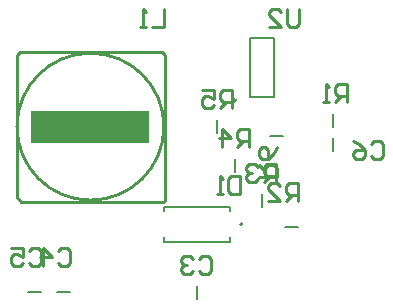
<source format=gto>
G04*
G04 #@! TF.GenerationSoftware,Altium Limited,Altium Designer,18.0.9 (584)*
G04*
G04 Layer_Color=65535*
%FSLAX25Y25*%
%MOIN*%
G70*
G01*
G75*
%ADD10C,0.01000*%
%ADD11C,0.00787*%
%ADD12C,0.00984*%
%ADD13C,0.00500*%
%ADD14R,0.39500X0.11000*%
D10*
X16735Y65945D02*
G03*
X16735Y65945I24505J0D01*
G01*
X110904Y105041D02*
Y100042D01*
X109904Y99042D01*
X107905D01*
X106905Y100042D01*
Y105041D01*
X100907Y99042D02*
X104906D01*
X100907Y103041D01*
Y104041D01*
X101907Y105041D01*
X103906D01*
X104906Y104041D01*
X97342Y49213D02*
X103341D01*
Y52212D01*
X102341Y53211D01*
X100341D01*
X99342Y52212D01*
Y49213D01*
Y51212D02*
X97342Y53211D01*
X103341Y59209D02*
X102341Y57210D01*
X100341Y55211D01*
X98342D01*
X97342Y56210D01*
Y58210D01*
X98342Y59209D01*
X99342D01*
X100341Y58210D01*
Y55211D01*
X88283Y72137D02*
Y78135D01*
X85284D01*
X84284Y77135D01*
Y75136D01*
X85284Y74136D01*
X88283D01*
X86283D02*
X84284Y72137D01*
X78286Y78135D02*
X82285D01*
Y75136D01*
X80285Y76136D01*
X79286D01*
X78286Y75136D01*
Y73137D01*
X79286Y72137D01*
X81285D01*
X82285Y73137D01*
X94188Y59268D02*
Y65267D01*
X91189D01*
X90189Y64267D01*
Y62268D01*
X91189Y61268D01*
X94188D01*
X92189D02*
X90189Y59268D01*
X85191D02*
Y65267D01*
X88190Y62268D01*
X84191D01*
X103057Y47537D02*
Y53535D01*
X100058D01*
X99058Y52535D01*
Y50536D01*
X100058Y49536D01*
X103057D01*
X101057D02*
X99058Y47537D01*
X97059Y52535D02*
X96059Y53535D01*
X94060D01*
X93060Y52535D01*
Y51536D01*
X94060Y50536D01*
X95059D01*
X94060D01*
X93060Y49536D01*
Y48537D01*
X94060Y47537D01*
X96059D01*
X97059Y48537D01*
X110294Y41168D02*
Y47167D01*
X107295D01*
X106295Y46167D01*
Y44168D01*
X107295Y43168D01*
X110294D01*
X108294D02*
X106295Y41168D01*
X100297D02*
X104296D01*
X100297Y45167D01*
Y46167D01*
X101297Y47167D01*
X103296D01*
X104296Y46167D01*
X126620Y74042D02*
Y80040D01*
X123621D01*
X122621Y79040D01*
Y77041D01*
X123621Y76041D01*
X126620D01*
X124620D02*
X122621Y74042D01*
X120622D02*
X118622D01*
X119622D01*
Y80040D01*
X120622Y79040D01*
X65768Y105145D02*
Y99146D01*
X61769D01*
X59770D02*
X57770D01*
X58770D01*
Y105145D01*
X59770Y104145D01*
X91251Y49340D02*
Y43342D01*
X88252D01*
X87252Y44341D01*
Y48340D01*
X88252Y49340D01*
X91251D01*
X85253Y43342D02*
X83254D01*
X84253D01*
Y49340D01*
X85253Y48340D01*
X134682Y60116D02*
X135682Y61116D01*
X137681D01*
X138681Y60116D01*
Y56118D01*
X137681Y55118D01*
X135682D01*
X134682Y56118D01*
X128684Y61116D02*
X130684Y60116D01*
X132683Y58117D01*
Y56118D01*
X131683Y55118D01*
X129684D01*
X128684Y56118D01*
Y57117D01*
X129684Y58117D01*
X132683D01*
X20711Y24583D02*
X21710Y25582D01*
X23710D01*
X24710Y24583D01*
Y20584D01*
X23710Y19584D01*
X21710D01*
X20711Y20584D01*
X14713Y25582D02*
X18711D01*
Y22583D01*
X16712Y23583D01*
X15712D01*
X14713Y22583D01*
Y20584D01*
X15712Y19584D01*
X17712D01*
X18711Y20584D01*
X30490Y24583D02*
X31489Y25582D01*
X33489D01*
X34488Y24583D01*
Y20584D01*
X33489Y19584D01*
X31489D01*
X30490Y20584D01*
X25491Y19584D02*
Y25582D01*
X28490Y22583D01*
X24491D01*
X77358Y21967D02*
X78358Y22967D01*
X80357D01*
X81357Y21967D01*
Y17968D01*
X80357Y16969D01*
X78358D01*
X77358Y17968D01*
X75359Y21967D02*
X74359Y22967D01*
X72360D01*
X71360Y21967D01*
Y20967D01*
X72360Y19967D01*
X73359D01*
X72360D01*
X71360Y18968D01*
Y17968D01*
X72360Y16969D01*
X74359D01*
X75359Y17968D01*
D11*
X91063Y33465D02*
G03*
X91063Y33465I394J0D01*
G01*
X121949Y57874D02*
Y62205D01*
X105413Y62992D02*
X101083D01*
X121949Y65748D02*
Y70079D01*
X24705Y10827D02*
X20374D01*
X34547D02*
X30217D01*
X76673Y8661D02*
Y12992D01*
X83563Y63779D02*
Y68110D01*
X94390Y75787D02*
Y95472D01*
X102264Y75787D02*
Y95472D01*
Y75787D02*
X94390D01*
X102264Y95472D02*
X94390D01*
X98327Y39173D02*
Y43504D01*
X89468Y50984D02*
Y55315D01*
X110335Y32480D02*
X106004D01*
D12*
X88583Y74783D02*
G03*
X88583Y74783I492J0D01*
G01*
X41740Y40945D02*
X18240D01*
X16740Y42445D01*
Y89945D01*
X17740Y90945D02*
X16740Y89945D01*
X65240Y90945D02*
X17740D01*
X66240Y89945D02*
X65240Y90945D01*
X66240Y41445D02*
Y89945D01*
Y41445D02*
X65740Y40945D01*
X41740D01*
D13*
X87697Y37795D02*
Y39272D01*
X65650D01*
Y37795D02*
Y39272D01*
Y27657D02*
Y29134D01*
X87697Y27657D02*
X65650D01*
X87697D02*
Y29134D01*
D14*
X40990Y65945D02*
D03*
M02*

</source>
